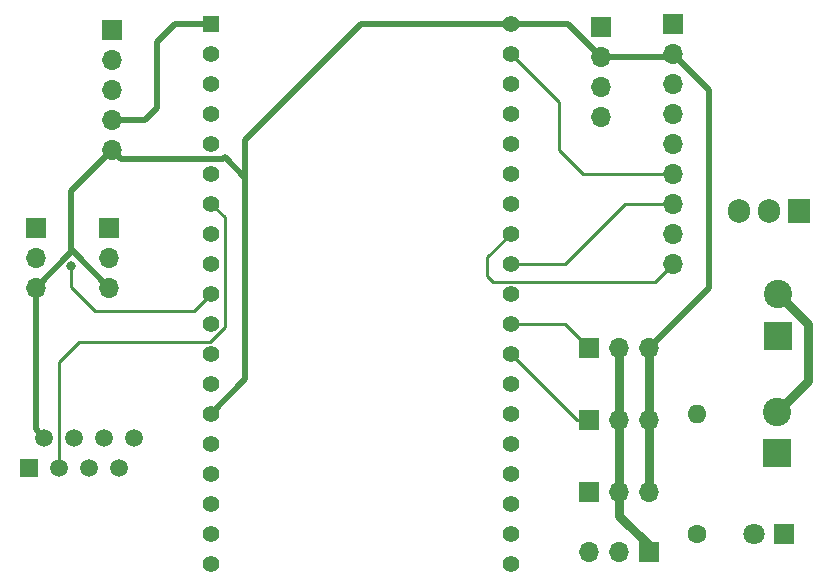
<source format=gbr>
%TF.GenerationSoftware,KiCad,Pcbnew,7.0.9*%
%TF.CreationDate,2024-05-07T23:03:20-04:00*%
%TF.ProjectId,Winder_V1,57696e64-6572-45f5-9631-2e6b69636164,rev?*%
%TF.SameCoordinates,Original*%
%TF.FileFunction,Copper,L2,Bot*%
%TF.FilePolarity,Positive*%
%FSLAX46Y46*%
G04 Gerber Fmt 4.6, Leading zero omitted, Abs format (unit mm)*
G04 Created by KiCad (PCBNEW 7.0.9) date 2024-05-07 23:03:20*
%MOMM*%
%LPD*%
G01*
G04 APERTURE LIST*
%TA.AperFunction,ComponentPad*%
%ADD10C,1.600000*%
%TD*%
%TA.AperFunction,ComponentPad*%
%ADD11O,1.600000X1.600000*%
%TD*%
%TA.AperFunction,ComponentPad*%
%ADD12R,1.700000X1.700000*%
%TD*%
%TA.AperFunction,ComponentPad*%
%ADD13O,1.700000X1.700000*%
%TD*%
%TA.AperFunction,ComponentPad*%
%ADD14R,1.905000X2.000000*%
%TD*%
%TA.AperFunction,ComponentPad*%
%ADD15O,1.905000X2.000000*%
%TD*%
%TA.AperFunction,ComponentPad*%
%ADD16R,1.408000X1.408000*%
%TD*%
%TA.AperFunction,ComponentPad*%
%ADD17C,1.408000*%
%TD*%
%TA.AperFunction,ComponentPad*%
%ADD18R,1.800000X1.800000*%
%TD*%
%TA.AperFunction,ComponentPad*%
%ADD19C,1.800000*%
%TD*%
%TA.AperFunction,ComponentPad*%
%ADD20R,1.500000X1.500000*%
%TD*%
%TA.AperFunction,ComponentPad*%
%ADD21C,1.500000*%
%TD*%
%TA.AperFunction,ComponentPad*%
%ADD22R,2.400000X2.400000*%
%TD*%
%TA.AperFunction,ComponentPad*%
%ADD23C,2.400000*%
%TD*%
%TA.AperFunction,ViaPad*%
%ADD24C,0.800000*%
%TD*%
%TA.AperFunction,Conductor*%
%ADD25C,0.500000*%
%TD*%
%TA.AperFunction,Conductor*%
%ADD26C,0.750000*%
%TD*%
%TA.AperFunction,Conductor*%
%ADD27C,0.250000*%
%TD*%
G04 APERTURE END LIST*
D10*
%TO.P,R1,1*%
%TO.N,Net-(D1-A)*%
X160020000Y-88392000D03*
D11*
%TO.P,R1,2*%
%TO.N,+5V*%
X160020000Y-78232000D03*
%TD*%
D12*
%TO.P,J1\u002CI2CScreen1,1,Pin_1*%
%TO.N,+3.3V*%
X151892000Y-45476000D03*
D13*
%TO.P,J1\u002CI2CScreen1,2,Pin_2*%
%TO.N,GND*%
X151892000Y-48016000D03*
%TO.P,J1\u002CI2CScreen1,3,Pin_3*%
%TO.N,/SCL*%
X151892000Y-50556000D03*
%TO.P,J1\u002CI2CScreen1,4,Pin_4*%
%TO.N,/SDA*%
X151892000Y-53096000D03*
%TD*%
D12*
%TO.P,J6\u002CUSBJumper1,1,Pin_1*%
%TO.N,+5V*%
X155906000Y-89974000D03*
D13*
%TO.P,J6\u002CUSBJumper1,2,Pin_2*%
%TO.N,Net-(J6\u002CUSBJumper1-Pin_2)*%
X153366000Y-89974000D03*
%TO.P,J6\u002CUSBJumper1,3,Pin_3*%
%TO.N,unconnected-(J6\u002CUSBJumper1-Pin_3-Pad3)*%
X150826000Y-89974000D03*
%TD*%
D14*
%TO.P,U2,1,IN*%
%TO.N,Net-(J4\u002CPowerIn1-Pin_2)*%
X168656000Y-61031000D03*
D15*
%TO.P,U2,2,GND*%
%TO.N,GND*%
X166116000Y-61031000D03*
%TO.P,U2,3,OUT*%
%TO.N,+5V*%
X163576000Y-61031000D03*
%TD*%
D16*
%TO.P,U1,J2_1,3V3*%
%TO.N,+3.3V*%
X118850000Y-45210000D03*
D17*
%TO.P,U1,J2_2,EN*%
%TO.N,unconnected-(U1-EN-PadJ2_2)*%
X118850000Y-47750000D03*
%TO.P,U1,J2_3,SENSOR_VP*%
%TO.N,/EncA*%
X118850000Y-50290000D03*
%TO.P,U1,J2_4,SENSOR_VN*%
%TO.N,/EncB*%
X118850000Y-52830000D03*
%TO.P,U1,J2_5,IO34*%
%TO.N,/EncSW*%
X118850000Y-55370000D03*
%TO.P,U1,J2_6,IO35*%
%TO.N,/Enable*%
X118850000Y-57910000D03*
%TO.P,U1,J2_7,IO32*%
%TO.N,/JoyX*%
X118850000Y-60450000D03*
%TO.P,U1,J2_8,IO33*%
%TO.N,/JoyY*%
X118850000Y-62990000D03*
%TO.P,U1,J2_9,IO25*%
%TO.N,/Sensor*%
X118850000Y-65530000D03*
%TO.P,U1,J2_10,IO26*%
%TO.N,/Pot*%
X118850000Y-68070000D03*
%TO.P,U1,J2_11,IO27*%
%TO.N,/JoyB*%
X118850000Y-70610000D03*
%TO.P,U1,J2_12,IO14*%
%TO.N,/JoyPot*%
X118850000Y-73150000D03*
%TO.P,U1,J2_13,IO12*%
%TO.N,/JoySW*%
X118850000Y-75690000D03*
%TO.P,U1,J2_14,GND_J2_14*%
%TO.N,GND*%
X118850000Y-78230000D03*
%TO.P,U1,J2_15,IO13*%
%TO.N,unconnected-(U1-IO13-PadJ2_15)*%
X118850000Y-80770000D03*
%TO.P,U1,J2_16,SD2*%
%TO.N,unconnected-(U1-SD2-PadJ2_16)*%
X118850000Y-83310000D03*
%TO.P,U1,J2_17,SD3*%
%TO.N,unconnected-(U1-SD3-PadJ2_17)*%
X118850000Y-85850000D03*
%TO.P,U1,J2_18,CMD*%
%TO.N,unconnected-(U1-CMD-PadJ2_18)*%
X118850000Y-88390000D03*
%TO.P,U1,J2_19,EXT_5V*%
%TO.N,Net-(J6\u002CUSBJumper1-Pin_2)*%
X118850000Y-90930000D03*
%TO.P,U1,J3_1,GND_J3_1*%
%TO.N,GND*%
X144250000Y-45210000D03*
%TO.P,U1,J3_2,IO23*%
%TO.N,/MOSI*%
X144250000Y-47750000D03*
%TO.P,U1,J3_3,IO22*%
%TO.N,/SCL*%
X144250000Y-50290000D03*
%TO.P,U1,J3_4,TXD0*%
%TO.N,unconnected-(U1-TXD0-PadJ3_4)*%
X144250000Y-52830000D03*
%TO.P,U1,J3_5,RXD0*%
%TO.N,unconnected-(U1-RXD0-PadJ3_5)*%
X144250000Y-55370000D03*
%TO.P,U1,J3_6,IO21*%
%TO.N,/SDA*%
X144250000Y-57910000D03*
%TO.P,U1,J3_7,GND_J3_7*%
%TO.N,unconnected-(U1-GND_J3_7-PadJ3_7)*%
X144250000Y-60450000D03*
%TO.P,U1,J3_8,IO19*%
%TO.N,/MISO*%
X144250000Y-62990000D03*
%TO.P,U1,J3_9,IO18*%
%TO.N,/SCK*%
X144250000Y-65530000D03*
%TO.P,U1,J3_10,IO5*%
%TO.N,/CS*%
X144250000Y-68070000D03*
%TO.P,U1,J3_11,IO17*%
%TO.N,/Servo*%
X144250000Y-70610000D03*
%TO.P,U1,J3_12,IO16*%
%TO.N,/Motor*%
X144250000Y-73150000D03*
%TO.P,U1,J3_13,IO4*%
%TO.N,/RST*%
X144250000Y-75690000D03*
%TO.P,U1,J3_14,IO0*%
%TO.N,unconnected-(U1-IO0-PadJ3_14)*%
X144250000Y-78230000D03*
%TO.P,U1,J3_15,IO2*%
%TO.N,/DC*%
X144250000Y-80770000D03*
%TO.P,U1,J3_16,IO15*%
%TO.N,unconnected-(U1-IO15-PadJ3_16)*%
X144250000Y-83310000D03*
%TO.P,U1,J3_17,SD1*%
%TO.N,unconnected-(U1-SD1-PadJ3_17)*%
X144250000Y-85850000D03*
%TO.P,U1,J3_18,SD0*%
%TO.N,unconnected-(U1-SD0-PadJ3_18)*%
X144250000Y-88390000D03*
%TO.P,U1,J3_19,CLK*%
%TO.N,unconnected-(U1-CLK-PadJ3_19)*%
X144250000Y-90930000D03*
%TD*%
D18*
%TO.P,D1,1,K*%
%TO.N,GND*%
X167391000Y-88392000D03*
D19*
%TO.P,D1,2,A*%
%TO.N,Net-(D1-A)*%
X164851000Y-88392000D03*
%TD*%
D12*
%TO.P,J2,1,Pin_1*%
%TO.N,+3.3V*%
X157988000Y-45212000D03*
D13*
%TO.P,J2,2,Pin_2*%
%TO.N,GND*%
X157988000Y-47752000D03*
%TO.P,J2,3,Pin_3*%
%TO.N,/CS*%
X157988000Y-50292000D03*
%TO.P,J2,4,Pin_4*%
%TO.N,/RST*%
X157988000Y-52832000D03*
%TO.P,J2,5,Pin_5*%
%TO.N,/DC*%
X157988000Y-55372000D03*
%TO.P,J2,6,Pin_6*%
%TO.N,/MOSI*%
X157988000Y-57912000D03*
%TO.P,J2,7,Pin_7*%
%TO.N,/SCK*%
X157988000Y-60452000D03*
%TO.P,J2,8,Pin_8*%
%TO.N,+3.3V*%
X157988000Y-62992000D03*
%TO.P,J2,9,Pin_9*%
%TO.N,/MISO*%
X157988000Y-65532000D03*
%TD*%
D20*
%TO.P,J1,1*%
%TO.N,+3.3V*%
X103413500Y-82784000D03*
D21*
%TO.P,J1,2*%
%TO.N,GND*%
X104683500Y-80244000D03*
%TO.P,J1,3*%
%TO.N,/JoyX*%
X105953500Y-82784000D03*
%TO.P,J1,4*%
%TO.N,/JoyY*%
X107223500Y-80244000D03*
%TO.P,J1,5*%
%TO.N,/JoyB*%
X108493500Y-82784000D03*
%TO.P,J1,6*%
%TO.N,/JoySW*%
X109763500Y-80244000D03*
%TO.P,J1,7*%
%TO.N,/JoyPot*%
X111033500Y-82784000D03*
%TO.P,J1,8*%
%TO.N,unconnected-(J1-Pad8)*%
X112303500Y-80244000D03*
%TD*%
D22*
%TO.P,J4\u002CPowerIn2,1,Pin_1*%
%TO.N,GND*%
X166778000Y-81562000D03*
D23*
%TO.P,J4\u002CPowerIn2,2,Pin_2*%
%TO.N,Net-(J4\u002CPowerIn1-Pin_2)*%
X166778000Y-78062000D03*
%TD*%
D12*
%TO.P,J5\u002CSpeedPot1,1,Pin_1*%
%TO.N,+3.3V*%
X104000000Y-62475000D03*
D13*
%TO.P,J5\u002CSpeedPot1,2,Pin_2*%
%TO.N,/Pot*%
X104000000Y-65015000D03*
%TO.P,J5\u002CSpeedPot1,3,Pin_3*%
%TO.N,GND*%
X104000000Y-67555000D03*
%TD*%
D22*
%TO.P,J4\u002CPowerIn1,1,Pin_1*%
%TO.N,GND*%
X166878000Y-71628000D03*
D23*
%TO.P,J4\u002CPowerIn1,2,Pin_2*%
%TO.N,Net-(J4\u002CPowerIn1-Pin_2)*%
X166878000Y-68128000D03*
%TD*%
D12*
%TO.P,J2\u002CPowerSW1,1,Pin_1*%
%TO.N,+3.3V*%
X110250000Y-62475000D03*
D13*
%TO.P,J2\u002CPowerSW1,2,Pin_2*%
%TO.N,/Enable*%
X110250000Y-65015000D03*
%TO.P,J2\u002CPowerSW1,3,Pin_3*%
%TO.N,GND*%
X110250000Y-67555000D03*
%TD*%
D12*
%TO.P,J1\u002CServoDrive1,1,Pin_1*%
%TO.N,/Servo*%
X150876000Y-72644000D03*
D13*
%TO.P,J1\u002CServoDrive1,2,Pin_2*%
%TO.N,+5V*%
X153416000Y-72644000D03*
%TO.P,J1\u002CServoDrive1,3,Pin_3*%
%TO.N,GND*%
X155956000Y-72644000D03*
%TD*%
D12*
%TO.P,J1\u002CRotaryEnc1,1,Pin_1*%
%TO.N,/EncA*%
X110490000Y-45750000D03*
D13*
%TO.P,J1\u002CRotaryEnc1,2,Pin_2*%
%TO.N,/EncB*%
X110490000Y-48290000D03*
%TO.P,J1\u002CRotaryEnc1,3,Pin_3*%
%TO.N,/EncSW*%
X110490000Y-50830000D03*
%TO.P,J1\u002CRotaryEnc1,4,Pin_4*%
%TO.N,+3.3V*%
X110490000Y-53370000D03*
%TO.P,J1\u002CRotaryEnc1,5,Pin_5*%
%TO.N,GND*%
X110490000Y-55910000D03*
%TD*%
D12*
%TO.P,J3SensorDrive1,1,Pin_1*%
%TO.N,/Sensor*%
X150891000Y-84836000D03*
D13*
%TO.P,J3SensorDrive1,2,Pin_2*%
%TO.N,+5V*%
X153431000Y-84836000D03*
%TO.P,J3SensorDrive1,3,Pin_3*%
%TO.N,GND*%
X155971000Y-84836000D03*
%TD*%
D12*
%TO.P,J2\u002CMotorDrive1,1,Pin_1*%
%TO.N,/Motor*%
X150891000Y-78740000D03*
D13*
%TO.P,J2\u002CMotorDrive1,2,Pin_2*%
%TO.N,+5V*%
X153431000Y-78740000D03*
%TO.P,J2\u002CMotorDrive1,3,Pin_3*%
%TO.N,GND*%
X155971000Y-78740000D03*
%TD*%
D24*
%TO.N,/Pot*%
X107000000Y-65750000D03*
%TD*%
D25*
%TO.N,+3.3V*%
X113254000Y-53370000D02*
X110490000Y-53370000D01*
X114300000Y-52324000D02*
X113254000Y-53370000D01*
X114300000Y-46736000D02*
X114300000Y-52324000D01*
X118850000Y-45210000D02*
X115826000Y-45210000D01*
X115826000Y-45210000D02*
X114300000Y-46736000D01*
%TO.N,GND*%
X104000000Y-67547918D02*
X107020418Y-64527500D01*
X157724000Y-48016000D02*
X157988000Y-47752000D01*
X121750000Y-58928000D02*
X121750000Y-75330000D01*
X104000000Y-79560500D02*
X104683500Y-80244000D01*
X151892000Y-48016000D02*
X157724000Y-48016000D01*
X119906000Y-56642000D02*
X120024000Y-56524000D01*
X157988000Y-47752000D02*
X161036000Y-50800000D01*
X107000000Y-64305000D02*
X107222500Y-64527500D01*
D26*
X155956000Y-72644000D02*
X155956000Y-78725000D01*
D25*
X107020418Y-64527500D02*
X107020418Y-59379582D01*
X161036000Y-50800000D02*
X161036000Y-67564000D01*
X111222000Y-56642000D02*
X119906000Y-56642000D01*
X121750000Y-58928000D02*
X121750000Y-55034000D01*
X149086000Y-45210000D02*
X151892000Y-48016000D01*
D26*
X155956000Y-78725000D02*
X155971000Y-78740000D01*
D25*
X104000000Y-67555000D02*
X104000000Y-67547918D01*
X121750000Y-75330000D02*
X118850000Y-78230000D01*
X104000000Y-67555000D02*
X104000000Y-79560500D01*
X161036000Y-67564000D02*
X155956000Y-72644000D01*
X120024000Y-56524000D02*
X121750000Y-58250000D01*
D26*
X155971000Y-78740000D02*
X155971000Y-84836000D01*
D25*
X110490000Y-55910000D02*
X111222000Y-56642000D01*
X131574000Y-45210000D02*
X144250000Y-45210000D01*
X121750000Y-55034000D02*
X131574000Y-45210000D01*
X107020418Y-64527500D02*
X107222500Y-64527500D01*
X144250000Y-45210000D02*
X149086000Y-45210000D01*
X107222500Y-64527500D02*
X110250000Y-67555000D01*
X121750000Y-58250000D02*
X121750000Y-58928000D01*
X107020418Y-59379582D02*
X110490000Y-55910000D01*
D27*
%TO.N,/JoyX*%
X105953500Y-73878500D02*
X105953500Y-82784000D01*
X107711000Y-72121000D02*
X105953500Y-73878500D01*
X118850000Y-60450000D02*
X120000000Y-61600000D01*
X118794226Y-72121000D02*
X107711000Y-72121000D01*
X120000000Y-70915226D02*
X118794226Y-72121000D01*
X120000000Y-61600000D02*
X120000000Y-70915226D01*
D26*
%TO.N,+5V*%
X153431000Y-84836000D02*
X153431000Y-78740000D01*
X153431000Y-86883000D02*
X153431000Y-84836000D01*
X153431000Y-78740000D02*
X153431000Y-72659000D01*
X155906000Y-89974000D02*
X155906000Y-89358000D01*
X155906000Y-89358000D02*
X153431000Y-86883000D01*
X153431000Y-72659000D02*
X153416000Y-72644000D01*
D27*
%TO.N,/MOSI*%
X148336000Y-55880000D02*
X150368000Y-57912000D01*
X150368000Y-57912000D02*
X157988000Y-57912000D01*
X144250000Y-47750000D02*
X148336000Y-51836000D01*
X148336000Y-51836000D02*
X148336000Y-55880000D01*
%TO.N,/SCK*%
X144250000Y-65530000D02*
X148846000Y-65530000D01*
X148846000Y-65530000D02*
X153924000Y-60452000D01*
X153924000Y-60452000D02*
X157988000Y-60452000D01*
%TO.N,/MISO*%
X142240000Y-65000000D02*
X142240000Y-66548000D01*
X142733000Y-67041000D02*
X156479000Y-67041000D01*
X156479000Y-67041000D02*
X157988000Y-65532000D01*
X144250000Y-62990000D02*
X142240000Y-65000000D01*
X142240000Y-66548000D02*
X142733000Y-67041000D01*
%TO.N,/Motor*%
X144250000Y-73150000D02*
X149840000Y-78740000D01*
X149840000Y-78740000D02*
X150891000Y-78740000D01*
D26*
%TO.N,Net-(J4\u002CPowerIn1-Pin_2)*%
X169418000Y-70668000D02*
X166878000Y-68128000D01*
X169418000Y-75422000D02*
X169418000Y-70668000D01*
X166778000Y-78062000D02*
X169418000Y-75422000D01*
D27*
%TO.N,/Pot*%
X117420000Y-69500000D02*
X118850000Y-68070000D01*
X109000000Y-69500000D02*
X117420000Y-69500000D01*
X107000000Y-65750000D02*
X107000000Y-67500000D01*
X107000000Y-67500000D02*
X109000000Y-69500000D01*
%TO.N,/Servo*%
X148842000Y-70610000D02*
X150876000Y-72644000D01*
X144250000Y-70610000D02*
X148842000Y-70610000D01*
%TD*%
M02*

</source>
